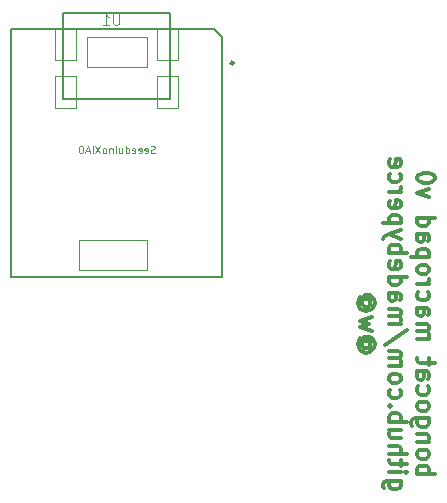
<source format=gbr>
%TF.GenerationSoftware,KiCad,Pcbnew,(5.99.0-11661-g1332208ab1)*%
%TF.CreationDate,2021-08-31T19:17:50-04:00*%
%TF.ProjectId,bongocat,626f6e67-6f63-4617-942e-6b696361645f,rev?*%
%TF.SameCoordinates,Original*%
%TF.FileFunction,Legend,Bot*%
%TF.FilePolarity,Positive*%
%FSLAX46Y46*%
G04 Gerber Fmt 4.6, Leading zero omitted, Abs format (unit mm)*
G04 Created by KiCad (PCBNEW (5.99.0-11661-g1332208ab1)) date 2021-08-31 19:17:50*
%MOMM*%
%LPD*%
G01*
G04 APERTURE LIST*
%ADD10C,0.300000*%
%ADD11C,0.101600*%
%ADD12C,0.076200*%
%ADD13C,0.066040*%
%ADD14C,0.127000*%
%ADD15C,0.254000*%
G04 APERTURE END LIST*
D10*
X195836428Y-88614285D02*
X197336428Y-88614285D01*
X196765000Y-88614285D02*
X196836428Y-88471428D01*
X196836428Y-88185714D01*
X196765000Y-88042857D01*
X196693571Y-87971428D01*
X196550714Y-87900000D01*
X196122142Y-87900000D01*
X195979285Y-87971428D01*
X195907857Y-88042857D01*
X195836428Y-88185714D01*
X195836428Y-88471428D01*
X195907857Y-88614285D01*
X195836428Y-87042857D02*
X195907857Y-87185714D01*
X195979285Y-87257142D01*
X196122142Y-87328571D01*
X196550714Y-87328571D01*
X196693571Y-87257142D01*
X196765000Y-87185714D01*
X196836428Y-87042857D01*
X196836428Y-86828571D01*
X196765000Y-86685714D01*
X196693571Y-86614285D01*
X196550714Y-86542857D01*
X196122142Y-86542857D01*
X195979285Y-86614285D01*
X195907857Y-86685714D01*
X195836428Y-86828571D01*
X195836428Y-87042857D01*
X196836428Y-85900000D02*
X195836428Y-85900000D01*
X196693571Y-85900000D02*
X196765000Y-85828571D01*
X196836428Y-85685714D01*
X196836428Y-85471428D01*
X196765000Y-85328571D01*
X196622142Y-85257142D01*
X195836428Y-85257142D01*
X196836428Y-83900000D02*
X195622142Y-83900000D01*
X195479285Y-83971428D01*
X195407857Y-84042857D01*
X195336428Y-84185714D01*
X195336428Y-84400000D01*
X195407857Y-84542857D01*
X195907857Y-83900000D02*
X195836428Y-84042857D01*
X195836428Y-84328571D01*
X195907857Y-84471428D01*
X195979285Y-84542857D01*
X196122142Y-84614285D01*
X196550714Y-84614285D01*
X196693571Y-84542857D01*
X196765000Y-84471428D01*
X196836428Y-84328571D01*
X196836428Y-84042857D01*
X196765000Y-83900000D01*
X195836428Y-82971428D02*
X195907857Y-83114285D01*
X195979285Y-83185714D01*
X196122142Y-83257142D01*
X196550714Y-83257142D01*
X196693571Y-83185714D01*
X196765000Y-83114285D01*
X196836428Y-82971428D01*
X196836428Y-82757142D01*
X196765000Y-82614285D01*
X196693571Y-82542857D01*
X196550714Y-82471428D01*
X196122142Y-82471428D01*
X195979285Y-82542857D01*
X195907857Y-82614285D01*
X195836428Y-82757142D01*
X195836428Y-82971428D01*
X195907857Y-81185714D02*
X195836428Y-81328571D01*
X195836428Y-81614285D01*
X195907857Y-81757142D01*
X195979285Y-81828571D01*
X196122142Y-81900000D01*
X196550714Y-81900000D01*
X196693571Y-81828571D01*
X196765000Y-81757142D01*
X196836428Y-81614285D01*
X196836428Y-81328571D01*
X196765000Y-81185714D01*
X195836428Y-79900000D02*
X196622142Y-79900000D01*
X196765000Y-79971428D01*
X196836428Y-80114285D01*
X196836428Y-80400000D01*
X196765000Y-80542857D01*
X195907857Y-79900000D02*
X195836428Y-80042857D01*
X195836428Y-80400000D01*
X195907857Y-80542857D01*
X196050714Y-80614285D01*
X196193571Y-80614285D01*
X196336428Y-80542857D01*
X196407857Y-80400000D01*
X196407857Y-80042857D01*
X196479285Y-79900000D01*
X196836428Y-79400000D02*
X196836428Y-78828571D01*
X197336428Y-79185714D02*
X196050714Y-79185714D01*
X195907857Y-79114285D01*
X195836428Y-78971428D01*
X195836428Y-78828571D01*
X195836428Y-77185714D02*
X196836428Y-77185714D01*
X196693571Y-77185714D02*
X196765000Y-77114285D01*
X196836428Y-76971428D01*
X196836428Y-76757142D01*
X196765000Y-76614285D01*
X196622142Y-76542857D01*
X195836428Y-76542857D01*
X196622142Y-76542857D02*
X196765000Y-76471428D01*
X196836428Y-76328571D01*
X196836428Y-76114285D01*
X196765000Y-75971428D01*
X196622142Y-75900000D01*
X195836428Y-75900000D01*
X195836428Y-74542857D02*
X196622142Y-74542857D01*
X196765000Y-74614285D01*
X196836428Y-74757142D01*
X196836428Y-75042857D01*
X196765000Y-75185714D01*
X195907857Y-74542857D02*
X195836428Y-74685714D01*
X195836428Y-75042857D01*
X195907857Y-75185714D01*
X196050714Y-75257142D01*
X196193571Y-75257142D01*
X196336428Y-75185714D01*
X196407857Y-75042857D01*
X196407857Y-74685714D01*
X196479285Y-74542857D01*
X195907857Y-73185714D02*
X195836428Y-73328571D01*
X195836428Y-73614285D01*
X195907857Y-73757142D01*
X195979285Y-73828571D01*
X196122142Y-73900000D01*
X196550714Y-73900000D01*
X196693571Y-73828571D01*
X196765000Y-73757142D01*
X196836428Y-73614285D01*
X196836428Y-73328571D01*
X196765000Y-73185714D01*
X195836428Y-72542857D02*
X196836428Y-72542857D01*
X196550714Y-72542857D02*
X196693571Y-72471428D01*
X196765000Y-72400000D01*
X196836428Y-72257142D01*
X196836428Y-72114285D01*
X195836428Y-71400000D02*
X195907857Y-71542857D01*
X195979285Y-71614285D01*
X196122142Y-71685714D01*
X196550714Y-71685714D01*
X196693571Y-71614285D01*
X196765000Y-71542857D01*
X196836428Y-71400000D01*
X196836428Y-71185714D01*
X196765000Y-71042857D01*
X196693571Y-70971428D01*
X196550714Y-70900000D01*
X196122142Y-70900000D01*
X195979285Y-70971428D01*
X195907857Y-71042857D01*
X195836428Y-71185714D01*
X195836428Y-71400000D01*
X196836428Y-70257142D02*
X195336428Y-70257142D01*
X196765000Y-70257142D02*
X196836428Y-70114285D01*
X196836428Y-69828571D01*
X196765000Y-69685714D01*
X196693571Y-69614285D01*
X196550714Y-69542857D01*
X196122142Y-69542857D01*
X195979285Y-69614285D01*
X195907857Y-69685714D01*
X195836428Y-69828571D01*
X195836428Y-70114285D01*
X195907857Y-70257142D01*
X195836428Y-68257142D02*
X196622142Y-68257142D01*
X196765000Y-68328571D01*
X196836428Y-68471428D01*
X196836428Y-68757142D01*
X196765000Y-68900000D01*
X195907857Y-68257142D02*
X195836428Y-68400000D01*
X195836428Y-68757142D01*
X195907857Y-68900000D01*
X196050714Y-68971428D01*
X196193571Y-68971428D01*
X196336428Y-68900000D01*
X196407857Y-68757142D01*
X196407857Y-68400000D01*
X196479285Y-68257142D01*
X195836428Y-66900000D02*
X197336428Y-66900000D01*
X195907857Y-66900000D02*
X195836428Y-67042857D01*
X195836428Y-67328571D01*
X195907857Y-67471428D01*
X195979285Y-67542857D01*
X196122142Y-67614285D01*
X196550714Y-67614285D01*
X196693571Y-67542857D01*
X196765000Y-67471428D01*
X196836428Y-67328571D01*
X196836428Y-67042857D01*
X196765000Y-66900000D01*
X196836428Y-65185714D02*
X195836428Y-64828571D01*
X196836428Y-64471428D01*
X197336428Y-63614285D02*
X197336428Y-63471428D01*
X197265000Y-63328571D01*
X197193571Y-63257142D01*
X197050714Y-63185714D01*
X196765000Y-63114285D01*
X196407857Y-63114285D01*
X196122142Y-63185714D01*
X195979285Y-63257142D01*
X195907857Y-63328571D01*
X195836428Y-63471428D01*
X195836428Y-63614285D01*
X195907857Y-63757142D01*
X195979285Y-63828571D01*
X196122142Y-63900000D01*
X196407857Y-63971428D01*
X196765000Y-63971428D01*
X197050714Y-63900000D01*
X197193571Y-63828571D01*
X197265000Y-63757142D01*
X197336428Y-63614285D01*
X194421428Y-89185714D02*
X193207142Y-89185714D01*
X193064285Y-89257142D01*
X192992857Y-89328571D01*
X192921428Y-89471428D01*
X192921428Y-89685714D01*
X192992857Y-89828571D01*
X193492857Y-89185714D02*
X193421428Y-89328571D01*
X193421428Y-89614285D01*
X193492857Y-89757142D01*
X193564285Y-89828571D01*
X193707142Y-89900000D01*
X194135714Y-89900000D01*
X194278571Y-89828571D01*
X194350000Y-89757142D01*
X194421428Y-89614285D01*
X194421428Y-89328571D01*
X194350000Y-89185714D01*
X193421428Y-88471428D02*
X194421428Y-88471428D01*
X194921428Y-88471428D02*
X194850000Y-88542857D01*
X194778571Y-88471428D01*
X194850000Y-88400000D01*
X194921428Y-88471428D01*
X194778571Y-88471428D01*
X194421428Y-87971428D02*
X194421428Y-87400000D01*
X194921428Y-87757142D02*
X193635714Y-87757142D01*
X193492857Y-87685714D01*
X193421428Y-87542857D01*
X193421428Y-87400000D01*
X193421428Y-86900000D02*
X194921428Y-86900000D01*
X193421428Y-86257142D02*
X194207142Y-86257142D01*
X194350000Y-86328571D01*
X194421428Y-86471428D01*
X194421428Y-86685714D01*
X194350000Y-86828571D01*
X194278571Y-86900000D01*
X194421428Y-84900000D02*
X193421428Y-84900000D01*
X194421428Y-85542857D02*
X193635714Y-85542857D01*
X193492857Y-85471428D01*
X193421428Y-85328571D01*
X193421428Y-85114285D01*
X193492857Y-84971428D01*
X193564285Y-84900000D01*
X193421428Y-84185714D02*
X194921428Y-84185714D01*
X194350000Y-84185714D02*
X194421428Y-84042857D01*
X194421428Y-83757142D01*
X194350000Y-83614285D01*
X194278571Y-83542857D01*
X194135714Y-83471428D01*
X193707142Y-83471428D01*
X193564285Y-83542857D01*
X193492857Y-83614285D01*
X193421428Y-83757142D01*
X193421428Y-84042857D01*
X193492857Y-84185714D01*
X193564285Y-82828571D02*
X193492857Y-82757142D01*
X193421428Y-82828571D01*
X193492857Y-82900000D01*
X193564285Y-82828571D01*
X193421428Y-82828571D01*
X193492857Y-81471428D02*
X193421428Y-81614285D01*
X193421428Y-81900000D01*
X193492857Y-82042857D01*
X193564285Y-82114285D01*
X193707142Y-82185714D01*
X194135714Y-82185714D01*
X194278571Y-82114285D01*
X194350000Y-82042857D01*
X194421428Y-81900000D01*
X194421428Y-81614285D01*
X194350000Y-81471428D01*
X193421428Y-80614285D02*
X193492857Y-80757142D01*
X193564285Y-80828571D01*
X193707142Y-80900000D01*
X194135714Y-80900000D01*
X194278571Y-80828571D01*
X194350000Y-80757142D01*
X194421428Y-80614285D01*
X194421428Y-80400000D01*
X194350000Y-80257142D01*
X194278571Y-80185714D01*
X194135714Y-80114285D01*
X193707142Y-80114285D01*
X193564285Y-80185714D01*
X193492857Y-80257142D01*
X193421428Y-80400000D01*
X193421428Y-80614285D01*
X193421428Y-79471428D02*
X194421428Y-79471428D01*
X194278571Y-79471428D02*
X194350000Y-79400000D01*
X194421428Y-79257142D01*
X194421428Y-79042857D01*
X194350000Y-78900000D01*
X194207142Y-78828571D01*
X193421428Y-78828571D01*
X194207142Y-78828571D02*
X194350000Y-78757142D01*
X194421428Y-78614285D01*
X194421428Y-78400000D01*
X194350000Y-78257142D01*
X194207142Y-78185714D01*
X193421428Y-78185714D01*
X194992857Y-76400000D02*
X193064285Y-77685714D01*
X193421428Y-75900000D02*
X194421428Y-75900000D01*
X194278571Y-75900000D02*
X194350000Y-75828571D01*
X194421428Y-75685714D01*
X194421428Y-75471428D01*
X194350000Y-75328571D01*
X194207142Y-75257142D01*
X193421428Y-75257142D01*
X194207142Y-75257142D02*
X194350000Y-75185714D01*
X194421428Y-75042857D01*
X194421428Y-74828571D01*
X194350000Y-74685714D01*
X194207142Y-74614285D01*
X193421428Y-74614285D01*
X193421428Y-73257142D02*
X194207142Y-73257142D01*
X194350000Y-73328571D01*
X194421428Y-73471428D01*
X194421428Y-73757142D01*
X194350000Y-73900000D01*
X193492857Y-73257142D02*
X193421428Y-73400000D01*
X193421428Y-73757142D01*
X193492857Y-73900000D01*
X193635714Y-73971428D01*
X193778571Y-73971428D01*
X193921428Y-73900000D01*
X193992857Y-73757142D01*
X193992857Y-73400000D01*
X194064285Y-73257142D01*
X193421428Y-71900000D02*
X194921428Y-71900000D01*
X193492857Y-71900000D02*
X193421428Y-72042857D01*
X193421428Y-72328571D01*
X193492857Y-72471428D01*
X193564285Y-72542857D01*
X193707142Y-72614285D01*
X194135714Y-72614285D01*
X194278571Y-72542857D01*
X194350000Y-72471428D01*
X194421428Y-72328571D01*
X194421428Y-72042857D01*
X194350000Y-71900000D01*
X193492857Y-70614285D02*
X193421428Y-70757142D01*
X193421428Y-71042857D01*
X193492857Y-71185714D01*
X193635714Y-71257142D01*
X194207142Y-71257142D01*
X194350000Y-71185714D01*
X194421428Y-71042857D01*
X194421428Y-70757142D01*
X194350000Y-70614285D01*
X194207142Y-70542857D01*
X194064285Y-70542857D01*
X193921428Y-71257142D01*
X193421428Y-69900000D02*
X194921428Y-69900000D01*
X194350000Y-69900000D02*
X194421428Y-69757142D01*
X194421428Y-69471428D01*
X194350000Y-69328571D01*
X194278571Y-69257142D01*
X194135714Y-69185714D01*
X193707142Y-69185714D01*
X193564285Y-69257142D01*
X193492857Y-69328571D01*
X193421428Y-69471428D01*
X193421428Y-69757142D01*
X193492857Y-69900000D01*
X194421428Y-68685714D02*
X193421428Y-68328571D01*
X194421428Y-67971428D02*
X193421428Y-68328571D01*
X193064285Y-68471428D01*
X192992857Y-68542857D01*
X192921428Y-68685714D01*
X194421428Y-67400000D02*
X192921428Y-67400000D01*
X194350000Y-67400000D02*
X194421428Y-67257142D01*
X194421428Y-66971428D01*
X194350000Y-66828571D01*
X194278571Y-66757142D01*
X194135714Y-66685714D01*
X193707142Y-66685714D01*
X193564285Y-66757142D01*
X193492857Y-66828571D01*
X193421428Y-66971428D01*
X193421428Y-67257142D01*
X193492857Y-67400000D01*
X193492857Y-65471428D02*
X193421428Y-65614285D01*
X193421428Y-65900000D01*
X193492857Y-66042857D01*
X193635714Y-66114285D01*
X194207142Y-66114285D01*
X194350000Y-66042857D01*
X194421428Y-65900000D01*
X194421428Y-65614285D01*
X194350000Y-65471428D01*
X194207142Y-65400000D01*
X194064285Y-65400000D01*
X193921428Y-66114285D01*
X193421428Y-64757142D02*
X194421428Y-64757142D01*
X194135714Y-64757142D02*
X194278571Y-64685714D01*
X194350000Y-64614285D01*
X194421428Y-64471428D01*
X194421428Y-64328571D01*
X193492857Y-63185714D02*
X193421428Y-63328571D01*
X193421428Y-63614285D01*
X193492857Y-63757142D01*
X193564285Y-63828571D01*
X193707142Y-63900000D01*
X194135714Y-63900000D01*
X194278571Y-63828571D01*
X194350000Y-63757142D01*
X194421428Y-63614285D01*
X194421428Y-63328571D01*
X194350000Y-63185714D01*
X193492857Y-61971428D02*
X193421428Y-62114285D01*
X193421428Y-62400000D01*
X193492857Y-62542857D01*
X193635714Y-62614285D01*
X194207142Y-62614285D01*
X194350000Y-62542857D01*
X194421428Y-62400000D01*
X194421428Y-62114285D01*
X194350000Y-61971428D01*
X194207142Y-61900000D01*
X194064285Y-61900000D01*
X193921428Y-62614285D01*
X191720714Y-77328571D02*
X191792142Y-77400000D01*
X191863571Y-77542857D01*
X191863571Y-77685714D01*
X191792142Y-77828571D01*
X191720714Y-77900000D01*
X191577857Y-77971428D01*
X191435000Y-77971428D01*
X191292142Y-77900000D01*
X191220714Y-77828571D01*
X191149285Y-77685714D01*
X191149285Y-77542857D01*
X191220714Y-77400000D01*
X191292142Y-77328571D01*
X191863571Y-77328571D02*
X191292142Y-77328571D01*
X191220714Y-77257142D01*
X191220714Y-77185714D01*
X191292142Y-77042857D01*
X191435000Y-76971428D01*
X191792142Y-76971428D01*
X192006428Y-77114285D01*
X192149285Y-77328571D01*
X192220714Y-77614285D01*
X192149285Y-77900000D01*
X192006428Y-78114285D01*
X191792142Y-78257142D01*
X191506428Y-78328571D01*
X191220714Y-78257142D01*
X191006428Y-78114285D01*
X190863571Y-77900000D01*
X190792142Y-77614285D01*
X190863571Y-77328571D01*
X191006428Y-77114285D01*
X192006428Y-76471428D02*
X191006428Y-76185714D01*
X191720714Y-75900000D01*
X191006428Y-75614285D01*
X192006428Y-75328571D01*
X191720714Y-73828571D02*
X191792142Y-73900000D01*
X191863571Y-74042857D01*
X191863571Y-74185714D01*
X191792142Y-74328571D01*
X191720714Y-74400000D01*
X191577857Y-74471428D01*
X191435000Y-74471428D01*
X191292142Y-74400000D01*
X191220714Y-74328571D01*
X191149285Y-74185714D01*
X191149285Y-74042857D01*
X191220714Y-73900000D01*
X191292142Y-73828571D01*
X191863571Y-73828571D02*
X191292142Y-73828571D01*
X191220714Y-73757142D01*
X191220714Y-73685714D01*
X191292142Y-73542857D01*
X191435000Y-73471428D01*
X191792142Y-73471428D01*
X192006428Y-73614285D01*
X192149285Y-73828571D01*
X192220714Y-74114285D01*
X192149285Y-74400000D01*
X192006428Y-74614285D01*
X191792142Y-74757142D01*
X191506428Y-74828571D01*
X191220714Y-74757142D01*
X191006428Y-74614285D01*
X190863571Y-74400000D01*
X190792142Y-74114285D01*
X190863571Y-73828571D01*
X191006428Y-73614285D01*
D11*
%TO.C,U1*%
X170607243Y-49700976D02*
X170607243Y-50420643D01*
X170564910Y-50505310D01*
X170522576Y-50547643D01*
X170437910Y-50589976D01*
X170268576Y-50589976D01*
X170183910Y-50547643D01*
X170141576Y-50505310D01*
X170099243Y-50420643D01*
X170099243Y-49700976D01*
X169210243Y-50589976D02*
X169718243Y-50589976D01*
X169464243Y-50589976D02*
X169464243Y-49700976D01*
X169548910Y-49827976D01*
X169633576Y-49912643D01*
X169718243Y-49954976D01*
D12*
X173596581Y-61420052D02*
X173509495Y-61449081D01*
X173364352Y-61449081D01*
X173306295Y-61420052D01*
X173277267Y-61391024D01*
X173248238Y-61332967D01*
X173248238Y-61274910D01*
X173277267Y-61216852D01*
X173306295Y-61187824D01*
X173364352Y-61158795D01*
X173480467Y-61129767D01*
X173538524Y-61100738D01*
X173567552Y-61071710D01*
X173596581Y-61013652D01*
X173596581Y-60955595D01*
X173567552Y-60897538D01*
X173538524Y-60868510D01*
X173480467Y-60839481D01*
X173335324Y-60839481D01*
X173248238Y-60868510D01*
X172754752Y-61420052D02*
X172812810Y-61449081D01*
X172928924Y-61449081D01*
X172986981Y-61420052D01*
X173016010Y-61361995D01*
X173016010Y-61129767D01*
X172986981Y-61071710D01*
X172928924Y-61042681D01*
X172812810Y-61042681D01*
X172754752Y-61071710D01*
X172725724Y-61129767D01*
X172725724Y-61187824D01*
X173016010Y-61245881D01*
X172232238Y-61420052D02*
X172290295Y-61449081D01*
X172406410Y-61449081D01*
X172464467Y-61420052D01*
X172493495Y-61361995D01*
X172493495Y-61129767D01*
X172464467Y-61071710D01*
X172406410Y-61042681D01*
X172290295Y-61042681D01*
X172232238Y-61071710D01*
X172203210Y-61129767D01*
X172203210Y-61187824D01*
X172493495Y-61245881D01*
X171709724Y-61420052D02*
X171767781Y-61449081D01*
X171883895Y-61449081D01*
X171941952Y-61420052D01*
X171970981Y-61361995D01*
X171970981Y-61129767D01*
X171941952Y-61071710D01*
X171883895Y-61042681D01*
X171767781Y-61042681D01*
X171709724Y-61071710D01*
X171680695Y-61129767D01*
X171680695Y-61187824D01*
X171970981Y-61245881D01*
X171158181Y-61449081D02*
X171158181Y-60839481D01*
X171158181Y-61420052D02*
X171216238Y-61449081D01*
X171332352Y-61449081D01*
X171390410Y-61420052D01*
X171419438Y-61391024D01*
X171448467Y-61332967D01*
X171448467Y-61158795D01*
X171419438Y-61100738D01*
X171390410Y-61071710D01*
X171332352Y-61042681D01*
X171216238Y-61042681D01*
X171158181Y-61071710D01*
X170606638Y-61042681D02*
X170606638Y-61449081D01*
X170867895Y-61042681D02*
X170867895Y-61361995D01*
X170838867Y-61420052D01*
X170780810Y-61449081D01*
X170693724Y-61449081D01*
X170635667Y-61420052D01*
X170606638Y-61391024D01*
X170316352Y-61449081D02*
X170316352Y-61042681D01*
X170316352Y-60839481D02*
X170345381Y-60868510D01*
X170316352Y-60897538D01*
X170287324Y-60868510D01*
X170316352Y-60839481D01*
X170316352Y-60897538D01*
X170026067Y-61042681D02*
X170026067Y-61449081D01*
X170026067Y-61100738D02*
X169997038Y-61071710D01*
X169938981Y-61042681D01*
X169851895Y-61042681D01*
X169793838Y-61071710D01*
X169764810Y-61129767D01*
X169764810Y-61449081D01*
X169387438Y-61449081D02*
X169445495Y-61420052D01*
X169474524Y-61391024D01*
X169503552Y-61332967D01*
X169503552Y-61158795D01*
X169474524Y-61100738D01*
X169445495Y-61071710D01*
X169387438Y-61042681D01*
X169300352Y-61042681D01*
X169242295Y-61071710D01*
X169213267Y-61100738D01*
X169184238Y-61158795D01*
X169184238Y-61332967D01*
X169213267Y-61391024D01*
X169242295Y-61420052D01*
X169300352Y-61449081D01*
X169387438Y-61449081D01*
X168981038Y-60839481D02*
X168574638Y-61449081D01*
X168574638Y-60839481D02*
X168981038Y-61449081D01*
X168342410Y-61449081D02*
X168342410Y-60839481D01*
X168081152Y-61274910D02*
X167790867Y-61274910D01*
X168139210Y-61449081D02*
X167936010Y-60839481D01*
X167732810Y-61449081D01*
X167413495Y-60839481D02*
X167297381Y-60839481D01*
X167239324Y-60868510D01*
X167181267Y-60926567D01*
X167152238Y-61042681D01*
X167152238Y-61245881D01*
X167181267Y-61361995D01*
X167239324Y-61420052D01*
X167297381Y-61449081D01*
X167413495Y-61449081D01*
X167471552Y-61420052D01*
X167529610Y-61361995D01*
X167558638Y-61245881D01*
X167558638Y-61042681D01*
X167529610Y-60926567D01*
X167471552Y-60868510D01*
X167413495Y-60839481D01*
D13*
X175581410Y-57619850D02*
X173803410Y-57619850D01*
D14*
X165870990Y-49545190D02*
X165870990Y-56898490D01*
X161466630Y-50970130D02*
X178593850Y-50970130D01*
D13*
X165167410Y-53553310D02*
X165167410Y-50886310D01*
X166945410Y-53553310D02*
X166945410Y-50886310D01*
D14*
X165870990Y-56898490D02*
X174870210Y-56898490D01*
X178593850Y-50970130D02*
X179264410Y-51640690D01*
D13*
X166945410Y-50886310D02*
X165167410Y-50886310D01*
X166945410Y-57619850D02*
X165167410Y-57619850D01*
X173803410Y-53553310D02*
X173803410Y-50886310D01*
X172914410Y-68793310D02*
X167199410Y-68793310D01*
D14*
X179264410Y-51640690D02*
X179264410Y-71968310D01*
D13*
X172914410Y-54188310D02*
X172914410Y-51648310D01*
X175581410Y-50886310D02*
X173803410Y-50886310D01*
D14*
X174865130Y-49545190D02*
X165870990Y-49545190D01*
D13*
X166945410Y-53553310D02*
X165167410Y-53553310D01*
X166945410Y-54950310D02*
X165167410Y-54950310D01*
X165167410Y-57619850D02*
X165167410Y-54950310D01*
X173803410Y-57619850D02*
X173803410Y-54950310D01*
X175581410Y-54950310D02*
X173803410Y-54950310D01*
X167834410Y-54188310D02*
X167834410Y-51648310D01*
D14*
X174870210Y-56898490D02*
X174870210Y-49545190D01*
X161466630Y-71968310D02*
X161466630Y-50970130D01*
D13*
X172914410Y-54188310D02*
X167834410Y-54188310D01*
X172914410Y-71333310D02*
X172914410Y-68793310D01*
D14*
X179264410Y-71968310D02*
X161466630Y-71968310D01*
D13*
X166945410Y-57619850D02*
X166945410Y-54950310D01*
X175581410Y-53553310D02*
X173803410Y-53553310D01*
X172914410Y-71333310D02*
X167199410Y-71333310D01*
X167199410Y-71333310D02*
X167199410Y-68793310D01*
X172914410Y-51648310D02*
X167834410Y-51648310D01*
X175581410Y-53553310D02*
X175581410Y-50886310D01*
X175581410Y-57619850D02*
X175581410Y-54950310D01*
D15*
X180280410Y-53807310D02*
G75*
G03*
X180280410Y-53807310I-127000J0D01*
G01*
%TD*%
M02*

</source>
